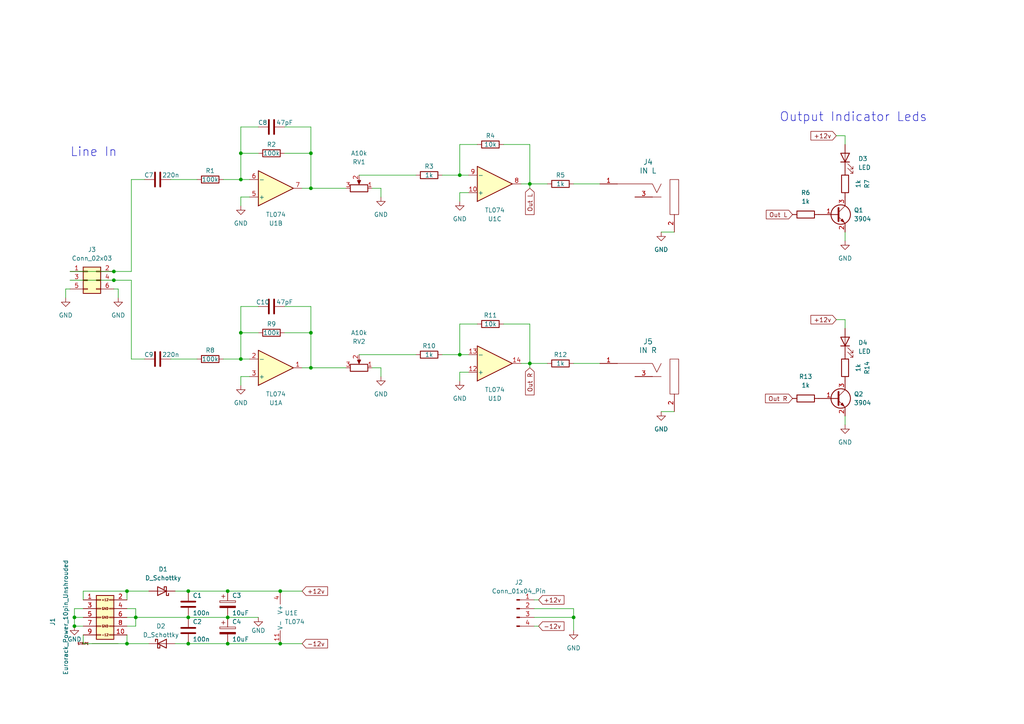
<source format=kicad_sch>
(kicad_sch (version 20230121) (generator eeschema)
  (paper "A4")
  (lib_symbols
    (symbol "Amplifier_Operational:TL074" (pin_names (offset 0.127))
      (property "Reference" "U" (at 0 5.08 0))
      (property "Value" "TL074" (at 0 -5.08 0))
      (symbol "TL074_1_1"
        (polyline (pts (xy -5.08 5.08) (xy 5.08 0) (xy -5.08 -5.08) (xy -5.08 5.08)) (stroke (width 0.254)) (fill (type background)))
        (pin output line (at 7.62 0 180) (length 2.54) (name "~") (number "1"))
        (pin input line (at -7.62 -2.54 0) (length 2.54) (name "-") (number "2"))
        (pin input line (at -7.62 2.54 0) (length 2.54) (name "+") (number "3"))
      )
      (symbol "TL074_2_1"
        (polyline (pts (xy -5.08 5.08) (xy 5.08 0) (xy -5.08 -5.08) (xy -5.08 5.08)) (stroke (width 0.254)) (fill (type background)))
        (pin input line (at -7.62 2.54 0) (length 2.54) (name "+") (number "5"))
        (pin input line (at -7.62 -2.54 0) (length 2.54) (name "-") (number "6"))
        (pin output line (at 7.62 0 180) (length 2.54) (name "~") (number "7"))
      )
      (symbol "TL074_3_1"
        (polyline (pts (xy -5.08 5.08) (xy 5.08 0) (xy -5.08 -5.08) (xy -5.08 5.08)) (stroke (width 0.254)) (fill (type background)))
        (pin input line (at -7.62 2.54 0) (length 2.54) (name "+") (number "10"))
        (pin output line (at 7.62 0 180) (length 2.54) (name "~") (number "8"))
        (pin input line (at -7.62 -2.54 0) (length 2.54) (name "-") (number "9"))
      )
      (symbol "TL074_4_1"
        (polyline (pts (xy -5.08 5.08) (xy 5.08 0) (xy -5.08 -5.08) (xy -5.08 5.08)) (stroke (width 0.254)) (fill (type background)))
        (pin input line (at -7.62 2.54 0) (length 2.54) (name "+") (number "12"))
        (pin input line (at -7.62 -2.54 0) (length 2.54) (name "-") (number "13"))
        (pin output line (at 7.62 0 180) (length 2.54) (name "~") (number "14"))
      )
      (symbol "TL074_5_1"
        (pin power_in line (at -2.54 -7.62 90) (length 3.81) (name "V-") (number "11"))
        (pin power_in line (at -2.54 7.62 270) (length 3.81) (name "V+") (number "4"))
      )
    )
    (symbol "Connector:Conn_01x04_Pin" (pin_names (offset 1.016) hide)
      (property "Reference" "J" (at 0 5.08 0))
      (property "Value" "Conn_01x04_Pin" (at 0 -7.62 0))
      (symbol "Conn_01x04_Pin_1_1"
        (polyline (pts (xy 1.27 -5.08) (xy 0.8636 -5.08)) (stroke (width 0.1524)))
        (polyline (pts (xy 1.27 -2.54) (xy 0.8636 -2.54)) (stroke (width 0.1524)))
        (polyline (pts (xy 1.27 0) (xy 0.8636 0)) (stroke (width 0.1524)))
        (polyline (pts (xy 1.27 2.54) (xy 0.8636 2.54)) (stroke (width 0.1524)))
        (rectangle (start 0.8636 -4.953) (end 0 -5.207) (stroke (width 0.1524)) (fill (type outline)))
        (rectangle (start 0.8636 -2.413) (end 0 -2.667) (stroke (width 0.1524)) (fill (type outline)))
        (rectangle (start 0.8636 0.127) (end 0 -0.127) (stroke (width 0.1524)) (fill (type outline)))
        (rectangle (start 0.8636 2.667) (end 0 2.413) (stroke (width 0.1524)) (fill (type outline)))
        (pin passive line (at 5.08 2.54 180) (length 3.81) (name "Pin_1") (number "1"))
        (pin passive line (at 5.08 0 180) (length 3.81) (name "Pin_2") (number "2"))
        (pin passive line (at 5.08 -2.54 180) (length 3.81) (name "Pin_3") (number "3"))
        (pin passive line (at 5.08 -5.08 180) (length 3.81) (name "Pin_4") (number "4"))
      )
    )
    (symbol "Device:C" (pin_numbers hide) (pin_names (offset 0.254))
      (property "Reference" "C" (at 0.635 2.54 0))
      (property "Value" "C" (at 0.635 -2.54 0))
      (symbol "C_0_1"
        (polyline (pts (xy -2.032 -0.762) (xy 2.032 -0.762)) (stroke (width 0.508)))
        (polyline (pts (xy -2.032 0.762) (xy 2.032 0.762)) (stroke (width 0.508)))
      )
      (symbol "C_1_1"
        (pin passive line (at 0 3.81 270) (length 2.794) (name "~") (number "1"))
        (pin passive line (at 0 -3.81 90) (length 2.794) (name "~") (number "2"))
      )
    )
    (symbol "Device:C_Polarized" (pin_numbers hide) (pin_names (offset 0.254))
      (property "Reference" "C" (at 0.635 2.54 0))
      (property "Value" "C_Polarized" (at 0.635 -2.54 0))
      (symbol "C_Polarized_0_1"
        (rectangle (start -2.286 0.508) (end 2.286 1.016))
        (polyline (pts (xy -1.778 2.286) (xy -0.762 2.286)))
        (polyline (pts (xy -1.27 2.794) (xy -1.27 1.778)))
        (rectangle (start 2.286 -0.508) (end -2.286 -1.016) (fill (type outline)))
      )
      (symbol "C_Polarized_1_1"
        (pin passive line (at 0 3.81 270) (length 2.794) (name "~") (number "1"))
        (pin passive line (at 0 -3.81 90) (length 2.794) (name "~") (number "2"))
      )
    )
    (symbol "Device:D_Schottky" (pin_numbers hide) (pin_names (offset 1.016) hide)
      (property "Reference" "D" (at 0 2.54 0))
      (property "Value" "D_Schottky" (at 0 -2.54 0))
      (symbol "D_Schottky_0_1"
        (polyline (pts (xy 1.27 0) (xy -1.27 0)))
        (polyline (pts (xy 1.27 1.27) (xy 1.27 -1.27) (xy -1.27 0) (xy 1.27 1.27)) (stroke (width 0.254)))
        (polyline (pts (xy -1.905 0.635) (xy -1.905 1.27) (xy -1.27 1.27) (xy -1.27 -1.27) (xy -0.635 -1.27) (xy -0.635 -0.635)) (stroke (width 0.254)))
      )
      (symbol "D_Schottky_1_1"
        (pin passive line (at -3.81 0 0) (length 2.54) (name "K") (number "1"))
        (pin passive line (at 3.81 0 180) (length 2.54) (name "A") (number "2"))
      )
    )
    (symbol "Device:LED" (pin_numbers hide) (pin_names (offset 1.016) hide)
      (property "Reference" "D" (at 0 2.54 0))
      (property "Value" "LED" (at 0 -2.54 0))
      (symbol "LED_0_1"
        (polyline (pts (xy -1.27 -1.27) (xy -1.27 1.27)) (stroke (width 0.254)))
        (polyline (pts (xy -1.27 0) (xy 1.27 0)))
        (polyline (pts (xy 1.27 -1.27) (xy 1.27 1.27) (xy -1.27 0) (xy 1.27 -1.27)) (stroke (width 0.254)))
        (polyline (pts (xy -3.048 -0.762) (xy -4.572 -2.286) (xy -3.81 -2.286) (xy -4.572 -2.286) (xy -4.572 -1.524)))
        (polyline (pts (xy -1.778 -0.762) (xy -3.302 -2.286) (xy -2.54 -2.286) (xy -3.302 -2.286) (xy -3.302 -1.524)))
      )
      (symbol "LED_1_1"
        (pin passive line (at -3.81 0 0) (length 2.54) (name "K") (number "1"))
        (pin passive line (at 3.81 0 180) (length 2.54) (name "A") (number "2"))
      )
    )
    (symbol "Device:R" (pin_numbers hide) (pin_names (offset 0))
      (property "Reference" "R" (at 2.032 0 90))
      (property "Value" "R" (at 0 0 90))
      (symbol "R_0_1"
        (rectangle (start -1.016 -2.54) (end 1.016 2.54) (stroke (width 0.254)))
      )
      (symbol "R_1_1"
        (pin passive line (at 0 3.81 270) (length 1.27) (name "~") (number "1"))
        (pin passive line (at 0 -3.81 90) (length 1.27) (name "~") (number "2"))
      )
    )
    (symbol "Device:R_Potentiometer" (pin_names (offset 1.016) hide)
      (property "Reference" "RV" (at -4.445 0 90))
      (property "Value" "R_Potentiometer" (at -2.54 0 90))
      (symbol "R_Potentiometer_0_1"
        (polyline (pts (xy 2.54 0) (xy 1.524 0)))
        (polyline (pts (xy 1.143 0) (xy 2.286 0.508) (xy 2.286 -0.508) (xy 1.143 0)) (fill (type outline)))
        (rectangle (start 1.016 2.54) (end -1.016 -2.54) (stroke (width 0.254)))
      )
      (symbol "R_Potentiometer_1_1"
        (pin passive line (at 0 3.81 270) (length 1.27) (name "1") (number "1"))
        (pin passive line (at 3.81 0 180) (length 1.27) (name "2") (number "2"))
        (pin passive line (at 0 -3.81 90) (length 1.27) (name "3") (number "3"))
      )
    )
    (symbol "PCM_4ms_Connector:Conn_02x03" (pin_names (offset 0.0254) hide)
      (property "Reference" "J" (at 0 5.08 0))
      (property "Value" "Conn_02x03" (at 0 7.62 0))
      (symbol "Conn_02x03_0_1"
        (rectangle (start -2.54 -2.413) (end -1.27 -2.667) (stroke (width 0.1524)))
        (rectangle (start -2.54 0.127) (end -1.27 -0.127) (stroke (width 0.1524)))
        (rectangle (start -2.54 2.667) (end -1.27 2.413) (stroke (width 0.1524)))
        (rectangle (start -2.54 3.81) (end 2.54 -3.81) (stroke (width 0.254)) (fill (type background)))
        (rectangle (start 1.27 -2.413) (end 2.54 -2.667) (stroke (width 0.1524)))
        (rectangle (start 1.27 0.127) (end 2.54 -0.127) (stroke (width 0.1524)))
        (rectangle (start 1.27 2.667) (end 2.54 2.413) (stroke (width 0.1524)))
      )
      (symbol "Conn_02x03_1_1"
        (pin passive line (at -6.35 2.54 0) (length 3.81) (name "+12V") (number "1"))
        (pin passive line (at 6.35 2.54 180) (length 3.81) (name "+12V") (number "2"))
        (pin passive line (at -6.35 0 0) (length 3.81) (name "GND") (number "3"))
        (pin passive line (at 6.35 0 180) (length 3.81) (name "GND") (number "4"))
        (pin passive line (at -6.35 -2.54 0) (length 3.81) (name "GND") (number "5"))
        (pin passive line (at 6.35 -2.54 180) (length 3.81) (name "GND") (number "6"))
      )
    )
    (symbol "PCM_4ms_Connector:Eurorack_Power_10pin_Unshrouded" (pin_names (offset 0.0254) hide)
      (property "Reference" "J" (at 0 3.81 0))
      (property "Value" "Eurorack_Power_10pin_Unshrouded" (at 0 6.35 0))
      (symbol "Eurorack_Power_10pin_Unshrouded_0_0"
        (text "+12" (at 0 1.27 0) (effects (font (size 0.635 0.635))))
        (text "-12" (at 0 -8.89 0) (effects (font (size 0.635 0.635))))
        (text "GND" (at 0 -6.35 0) (effects (font (size 0.635 0.635))))
        (text "GND" (at 0 -3.81 0) (effects (font (size 0.635 0.635))))
        (text "GND" (at 0 -1.27 0) (effects (font (size 0.635 0.635))))
        (text "STRIPE" (at -6.35 -11.43 0) (effects (font (size 0.635 0.635))))
      )
      (symbol "Eurorack_Power_10pin_Unshrouded_0_1"
        (rectangle (start -2.54 -10.16) (end 2.54 2.54) (stroke (width 0.254)) (fill (type background)))
        (rectangle (start -2.54 -8.763) (end -1.27 -9.017))
        (rectangle (start -2.54 -6.223) (end -1.27 -6.477))
        (rectangle (start -2.54 -3.683) (end -1.27 -3.937))
        (rectangle (start -2.54 -1.143) (end -1.27 -1.397))
        (rectangle (start -2.54 1.397) (end -1.27 1.143))
        (polyline (pts (xy -3.81 -11.43) (xy 3.81 -11.43) (xy 1.27 -11.43)))
        (rectangle (start 1.27 -8.763) (end 2.54 -9.017))
        (rectangle (start 1.27 -6.223) (end 2.54 -6.477))
        (rectangle (start 1.27 -3.683) (end 2.54 -3.937))
        (rectangle (start 1.27 -1.143) (end 2.54 -1.397))
        (rectangle (start 1.27 1.397) (end 2.54 1.143))
      )
      (symbol "Eurorack_Power_10pin_Unshrouded_1_1"
        (pin passive line (at -6.35 1.27 0) (length 3.81) (name "+12V") (number "1"))
        (pin passive line (at 6.35 -8.89 180) (length 3.81) (name "-12V") (number "10"))
        (pin passive line (at 6.35 1.27 180) (length 3.81) (name "+12V") (number "2"))
        (pin passive line (at -6.35 -1.27 0) (length 3.81) (name "GND") (number "3"))
        (pin passive line (at 6.35 -1.27 180) (length 3.81) (name "GND") (number "4"))
        (pin passive line (at -6.35 -3.81 0) (length 3.81) (name "GND") (number "5"))
        (pin passive line (at 6.35 -3.81 180) (length 3.81) (name "GND") (number "6"))
        (pin passive line (at -6.35 -6.35 0) (length 3.81) (name "GND") (number "7"))
        (pin passive line (at 6.35 -6.35 180) (length 3.81) (name "GND") (number "8"))
        (pin passive line (at -6.35 -8.89 0) (length 3.81) (name "-12V") (number "9"))
      )
    )
    (symbol "PCM_4ms_Jack:3.5mm_Mono_Switched" (pin_names (offset 0) hide)
      (property "Reference" "J" (at -6.35 -7.62 0))
      (property "Value" "3.5mm_Mono_Switched" (at 6.35 6.604 0))
      (symbol "3.5mm_Mono_Switched_0_0"
        (rectangle (start -6.35 5.08) (end -3.81 -5.08))
        (polyline (pts (xy -1.27 0) (xy 1.27 0)))
        (polyline (pts (xy -1.27 3.81) (xy 0 1.27) (xy 1.27 3.81) (xy 11.43 3.81)))
      )
      (symbol "3.5mm_Mono_Switched_1_1"
        (pin passive line (at 16.51 3.81 180) (length 5.08) (name "SIG") (number "1"))
        (pin passive line (at -5.08 -10.16 90) (length 5.08) (name "SHEILD") (number "2"))
        (pin passive line (at 6.35 0 180) (length 5.08) (name "SW") (number "3"))
      )
    )
    (symbol "PCM_4ms_Power-symbol:GND" (power) (pin_names (offset 0))
      (property "Value" "GND" (at 0 -3.81 0))
      (symbol "GND_0_1"
        (polyline (pts (xy 0 0) (xy 0 -1.27) (xy 1.27 -1.27) (xy 0 -2.54) (xy -1.27 -1.27) (xy 0 -1.27)))
      )
      (symbol "GND_1_1"
        (pin power_in line (at 0 0 270) (length 0) hide (name "GND") (number "1"))
      )
    )
    (symbol "Transistor_BJT:MMBT3904" (pin_names (offset 0) hide)
      (property "Reference" "Q" (at 5.08 1.905 0))
      (property "Value" "MMBT3904" (at 5.08 0 0))
      (symbol "MMBT3904_0_1"
        (polyline (pts (xy 0.635 0.635) (xy 2.54 2.54)))
        (polyline (pts (xy 0.635 -0.635) (xy 2.54 -2.54) (xy 2.54 -2.54)))
        (polyline (pts (xy 0.635 1.905) (xy 0.635 -1.905) (xy 0.635 -1.905)) (stroke (width 0.508)))
        (polyline (pts (xy 1.27 -1.778) (xy 1.778 -1.27) (xy 2.286 -2.286) (xy 1.27 -1.778) (xy 1.27 -1.778)) (fill (type outline)))
        (circle (center 1.27 0) (radius 2.8194) (stroke (width 0.254)))
      )
      (symbol "MMBT3904_1_1"
        (pin input line (at -5.08 0 0) (length 5.715) (name "B") (number "1"))
        (pin passive line (at 2.54 -5.08 90) (length 2.54) (name "E") (number "2"))
        (pin passive line (at 2.54 5.08 270) (length 2.54) (name "C") (number "3"))
      )
    )
  )
  (junction (at 54.61 171.45))
  (junction (at 69.85 104.14))
  (junction (at 90.17 44.45))
  (junction (at 66.04 171.45))
  (junction (at 90.17 106.68))
  (junction (at 166.37 179.07))
  (junction (at 81.28 171.45))
  (junction (at 21.59 181.61))
  (junction (at 90.17 96.52))
  (junction (at 90.17 54.61))
  (junction (at 66.04 179.07))
  (junction (at 54.61 179.07))
  (junction (at 69.85 96.52))
  (junction (at 33.02 78.74))
  (junction (at 133.35 50.8))
  (junction (at 153.67 53.34))
  (junction (at 36.83 186.69))
  (junction (at 39.37 179.07))
  (junction (at 36.83 171.45))
  (junction (at 133.35 102.87))
  (junction (at 69.85 52.07))
  (junction (at 54.61 186.69))
  (junction (at 81.28 186.69))
  (junction (at 33.02 81.28))
  (junction (at 69.85 44.45))
  (junction (at 66.04 186.69))
  (junction (at 153.67 105.41))
  (junction (at 21.59 179.07))
  (wire (pts (xy 154.94 179.07) (xy 166.37 179.07)))
  (wire (pts (xy 38.1 104.14) (xy 41.91 104.14)))
  (wire (pts (xy 138.43 41.91) (xy 133.35 41.91)))
  (wire (pts (xy 245.11 92.71) (xy 245.11 95.25)))
  (wire (pts (xy 36.83 186.69) (xy 43.18 186.69)))
  (wire (pts (xy 38.1 81.28) (xy 38.1 104.14)))
  (wire (pts (xy 39.37 179.07) (xy 54.61 179.07)))
  (wire (pts (xy 82.55 88.9) (xy 90.17 88.9)))
  (wire (pts (xy 24.13 186.69) (xy 24.13 184.15)))
  (wire (pts (xy 90.17 106.68) (xy 100.33 106.68)))
  (wire (pts (xy 146.05 41.91) (xy 153.67 41.91)))
  (wire (pts (xy 20.32 81.28) (xy 33.02 81.28)))
  (wire (pts (xy 39.37 181.61) (xy 39.37 179.07)))
  (wire (pts (xy 107.95 106.68) (xy 110.49 106.68)))
  (wire (pts (xy 19.05 83.82) (xy 20.32 83.82)))
  (wire (pts (xy 66.04 186.69) (xy 81.28 186.69)))
  (wire (pts (xy 151.13 53.34) (xy 153.67 53.34)))
  (wire (pts (xy 69.85 44.45) (xy 74.93 44.45)))
  (wire (pts (xy 135.89 55.88) (xy 133.35 55.88)))
  (wire (pts (xy 90.17 106.68) (xy 87.63 106.68)))
  (wire (pts (xy 39.37 179.07) (xy 39.37 176.53)))
  (wire (pts (xy 74.93 36.83) (xy 69.85 36.83)))
  (wire (pts (xy 82.55 44.45) (xy 90.17 44.45)))
  (wire (pts (xy 21.59 179.07) (xy 21.59 181.61)))
  (wire (pts (xy 24.13 173.99) (xy 24.13 171.45)))
  (wire (pts (xy 166.37 105.41) (xy 173.99 105.41)))
  (wire (pts (xy 54.61 186.69) (xy 66.04 186.69)))
  (wire (pts (xy 135.89 107.95) (xy 133.35 107.95)))
  (wire (pts (xy 69.85 88.9) (xy 69.85 96.52)))
  (wire (pts (xy 133.35 55.88) (xy 133.35 58.42)))
  (wire (pts (xy 49.53 104.14) (xy 57.15 104.14)))
  (wire (pts (xy 72.39 109.22) (xy 69.85 109.22)))
  (wire (pts (xy 133.35 102.87) (xy 135.89 102.87)))
  (wire (pts (xy 242.57 39.37) (xy 245.11 39.37)))
  (wire (pts (xy 154.94 173.99) (xy 156.21 173.99)))
  (wire (pts (xy 104.14 50.8) (xy 120.65 50.8)))
  (wire (pts (xy 39.37 176.53) (xy 36.83 176.53)))
  (wire (pts (xy 36.83 184.15) (xy 36.83 186.69)))
  (wire (pts (xy 245.11 120.65) (xy 245.11 123.19)))
  (wire (pts (xy 153.67 105.41) (xy 158.75 105.41)))
  (wire (pts (xy 153.67 53.34) (xy 158.75 53.34)))
  (wire (pts (xy 54.61 186.69) (xy 54.61 185.42)))
  (wire (pts (xy 153.67 41.91) (xy 153.67 53.34)))
  (wire (pts (xy 90.17 44.45) (xy 90.17 54.61)))
  (wire (pts (xy 90.17 36.83) (xy 90.17 44.45)))
  (wire (pts (xy 154.94 176.53) (xy 166.37 176.53)))
  (wire (pts (xy 166.37 182.88) (xy 166.37 179.07)))
  (wire (pts (xy 195.58 119.38) (xy 191.77 119.38)))
  (wire (pts (xy 54.61 179.07) (xy 66.04 179.07)))
  (wire (pts (xy 133.35 107.95) (xy 133.35 110.49)))
  (wire (pts (xy 110.49 54.61) (xy 110.49 57.15)))
  (wire (pts (xy 133.35 50.8) (xy 135.89 50.8)))
  (wire (pts (xy 21.59 179.07) (xy 24.13 179.07)))
  (wire (pts (xy 19.05 86.36) (xy 19.05 83.82)))
  (wire (pts (xy 24.13 176.53) (xy 21.59 176.53)))
  (wire (pts (xy 153.67 93.98) (xy 153.67 105.41)))
  (wire (pts (xy 153.67 105.41) (xy 153.67 106.68)))
  (wire (pts (xy 20.32 78.74) (xy 33.02 78.74)))
  (wire (pts (xy 36.83 171.45) (xy 36.83 173.99)))
  (wire (pts (xy 133.35 41.91) (xy 133.35 50.8)))
  (wire (pts (xy 81.28 171.45) (xy 87.63 171.45)))
  (wire (pts (xy 36.83 179.07) (xy 39.37 179.07)))
  (wire (pts (xy 69.85 96.52) (xy 69.85 104.14)))
  (wire (pts (xy 146.05 93.98) (xy 153.67 93.98)))
  (wire (pts (xy 21.59 176.53) (xy 21.59 179.07)))
  (wire (pts (xy 69.85 104.14) (xy 72.39 104.14)))
  (wire (pts (xy 245.11 67.31) (xy 245.11 69.85)))
  (wire (pts (xy 24.13 171.45) (xy 36.83 171.45)))
  (wire (pts (xy 81.28 186.69) (xy 87.63 186.69)))
  (wire (pts (xy 242.57 92.71) (xy 245.11 92.71)))
  (wire (pts (xy 38.1 78.74) (xy 33.02 78.74)))
  (wire (pts (xy 166.37 53.34) (xy 173.99 53.34)))
  (wire (pts (xy 33.02 83.82) (xy 34.29 83.82)))
  (wire (pts (xy 69.85 36.83) (xy 69.85 44.45)))
  (wire (pts (xy 66.04 171.45) (xy 81.28 171.45)))
  (wire (pts (xy 69.85 52.07) (xy 72.39 52.07)))
  (wire (pts (xy 138.43 93.98) (xy 133.35 93.98)))
  (wire (pts (xy 66.04 179.07) (xy 74.93 179.07)))
  (wire (pts (xy 82.55 36.83) (xy 90.17 36.83)))
  (wire (pts (xy 50.8 171.45) (xy 54.61 171.45)))
  (wire (pts (xy 38.1 52.07) (xy 41.91 52.07)))
  (wire (pts (xy 245.11 39.37) (xy 245.11 41.91)))
  (wire (pts (xy 50.8 186.69) (xy 54.61 186.69)))
  (wire (pts (xy 110.49 106.68) (xy 110.49 109.22)))
  (wire (pts (xy 90.17 54.61) (xy 87.63 54.61)))
  (wire (pts (xy 153.67 53.34) (xy 153.67 54.61)))
  (wire (pts (xy 49.53 52.07) (xy 57.15 52.07)))
  (wire (pts (xy 38.1 52.07) (xy 38.1 78.74)))
  (wire (pts (xy 64.77 104.14) (xy 69.85 104.14)))
  (wire (pts (xy 107.95 54.61) (xy 110.49 54.61)))
  (wire (pts (xy 69.85 109.22) (xy 69.85 111.76)))
  (wire (pts (xy 36.83 186.69) (xy 24.13 186.69)))
  (wire (pts (xy 128.27 50.8) (xy 133.35 50.8)))
  (wire (pts (xy 90.17 54.61) (xy 100.33 54.61)))
  (wire (pts (xy 151.13 105.41) (xy 153.67 105.41)))
  (wire (pts (xy 133.35 93.98) (xy 133.35 102.87)))
  (wire (pts (xy 166.37 176.53) (xy 166.37 179.07)))
  (wire (pts (xy 74.93 88.9) (xy 69.85 88.9)))
  (wire (pts (xy 54.61 171.45) (xy 66.04 171.45)))
  (wire (pts (xy 82.55 96.52) (xy 90.17 96.52)))
  (wire (pts (xy 36.83 171.45) (xy 43.18 171.45)))
  (wire (pts (xy 69.85 57.15) (xy 69.85 59.69)))
  (wire (pts (xy 69.85 96.52) (xy 74.93 96.52)))
  (wire (pts (xy 72.39 57.15) (xy 69.85 57.15)))
  (wire (pts (xy 64.77 52.07) (xy 69.85 52.07)))
  (wire (pts (xy 128.27 102.87) (xy 133.35 102.87)))
  (wire (pts (xy 154.94 181.61) (xy 156.21 181.61)))
  (wire (pts (xy 90.17 96.52) (xy 90.17 106.68)))
  (wire (pts (xy 21.59 181.61) (xy 24.13 181.61)))
  (wire (pts (xy 34.29 83.82) (xy 34.29 86.36)))
  (wire (pts (xy 69.85 44.45) (xy 69.85 52.07)))
  (wire (pts (xy 36.83 181.61) (xy 39.37 181.61)))
  (wire (pts (xy 38.1 81.28) (xy 33.02 81.28)))
  (wire (pts (xy 104.14 102.87) (xy 120.65 102.87)))
  (wire (pts (xy 90.17 88.9) (xy 90.17 96.52)))
  (wire (pts (xy 195.58 67.31) (xy 191.77 67.31)))
  (text "Output Indicator Leds" (at 226.06 35.56 0) (effects (font (size 2.6 2.6)) (justify left bottom)))
  (text "Line In" (at 20.32 45.72 0) (effects (font (size 2.6 2.6)) (justify left bottom)))
  (global_label "+12v" (shape input) (at 242.57 39.37 180) (property "Intersheetrefs" "${INTERSHEET_REFS}" (effects hide)))
  (global_label "Out L" (shape input) (at 153.67 54.61 270) (property "Intersheetrefs" "${INTERSHEET_REFS}" (effects hide)))
  (global_label "+12v" (shape input) (at 156.21 173.99 0) (property "Intersheetrefs" "${INTERSHEET_REFS}" (effects hide)))
  (global_label "Out L" (shape input) (at 229.87 62.23 180) (property "Intersheetrefs" "${INTERSHEET_REFS}" (effects hide)))
  (global_label "Out R" (shape input) (at 229.87 115.57 180) (property "Intersheetrefs" "${INTERSHEET_REFS}" (effects hide)))
  (global_label "-12v" (shape input) (at 156.21 181.61 0) (property "Intersheetrefs" "${INTERSHEET_REFS}" (effects hide)))
  (global_label "+12v" (shape input) (at 87.63 171.45 0) (property "Intersheetrefs" "${INTERSHEET_REFS}" (effects hide)))
  (global_label "-12v" (shape input) (at 87.63 186.69 0) (property "Intersheetrefs" "${INTERSHEET_REFS}" (effects hide)))
  (global_label "+12v" (shape input) (at 242.57 92.71 180) (property "Intersheetrefs" "${INTERSHEET_REFS}" (effects hide)))
  (global_label "Out R" (shape input) (at 153.67 106.68 270) (property "Intersheetrefs" "${INTERSHEET_REFS}" (effects hide)))
  (symbol (lib_id "Amplifier_Operational:TL074") (at 83.82 179.07 0) (unit 5)
    (property "Reference" "U1" (at 82.55 177.8 0) (effects (justify left)))
    (property "Value" "TL074" (at 82.55 180.34 0) (effects (justify left)))
    (property "Footprint" "Package_SO:SOIC-14_3.9x8.7mm_P1.27mm" (effects hide))
    (property "Datasheet" "http://www.ti.com/lit/ds/symlink/tl071.pdf" (effects hide))
  )
  (symbol (lib_id "PCM_4ms_Power-symbol:GND") (at 166.37 182.88 0) (unit 1)
    (property "Reference" "#PWR03" (effects hide))
    (property "Value" "GND" (at 166.37 187.96 0))
  )
  (symbol (lib_id "PCM_4ms_Power-symbol:GND") (at 19.05 86.36 0) (unit 1)
    (property "Reference" "#PWR04" (effects hide))
    (property "Value" "GND" (at 19.05 91.44 0))
  )
  (symbol (lib_id "Device:R") (at 60.96 52.07 90) (unit 1)
    (property "Reference" "R1" (at 60.96 49.53 90))
    (property "Value" "100k" (at 60.96 52.07 90))
    (property "Footprint" "Resistor_SMD:R_1206_3216Metric_Pad1.30x1.75mm_HandSolder" (effects hide))
  )
  (symbol (lib_id "Device:C") (at 54.61 182.88 180) (unit 1)
    (property "Reference" "C2" (at 55.88 180.34 0) (effects (justify right)))
    (property "Value" "100n" (at 55.88 185.42 0) (effects (justify right)))
    (property "Footprint" "Capacitor_SMD:C_1206_3216Metric_Pad1.33x1.80mm_HandSolder" (effects hide))
  )
  (symbol (lib_id "PCM_4ms_Power-symbol:GND") (at 191.77 67.31 0) (unit 1)
    (property "Reference" "#PWR09" (effects hide))
    (property "Value" "GND" (at 191.77 72.39 0))
  )
  (symbol (lib_id "PCM_4ms_Power-symbol:GND") (at 245.11 69.85 0) (unit 1)
    (property "Reference" "#PWR010" (effects hide))
    (property "Value" "GND" (at 245.11 74.93 0))
  )
  (symbol (lib_id "Device:C") (at 45.72 52.07 90) (unit 1)
    (property "Reference" "C7" (at 43.18 50.8 90))
    (property "Value" "220n" (at 49.53 50.8 90))
    (property "Footprint" "Capacitor_SMD:C_1206_3216Metric_Pad1.33x1.80mm_HandSolder" (effects hide))
  )
  (symbol (lib_id "Device:D_Schottky") (at 46.99 186.69 0) (unit 1)
    (property "Reference" "D2" (at 46.6725 181.61 0))
    (property "Value" "D_Schottky" (at 46.6725 184.15 0))
    (property "Footprint" "Diode_SMD:D_SOD-323_HandSoldering" (effects hide))
  )
  (symbol (lib_id "Amplifier_Operational:TL074") (at 80.01 106.68 0) (mirror x) (unit 1)
    (property "Reference" "U1" (at 80.01 116.84 0))
    (property "Value" "TL074" (at 80.01 114.3 0))
    (property "Footprint" "Package_SO:SOIC-14_3.9x8.7mm_P1.27mm" (effects hide))
    (property "Datasheet" "http://www.ti.com/lit/ds/symlink/tl071.pdf" (effects hide))
  )
  (symbol (lib_id "Device:R") (at 162.56 105.41 90) (unit 1)
    (property "Reference" "R12" (at 162.56 102.87 90))
    (property "Value" "1k" (at 162.56 105.41 90))
    (property "Footprint" "Resistor_SMD:R_1206_3216Metric_Pad1.30x1.75mm_HandSolder" (effects hide))
  )
  (symbol (lib_id "Device:R") (at 142.24 93.98 90) (unit 1)
    (property "Reference" "R11" (at 142.24 91.44 90))
    (property "Value" "10k" (at 142.24 93.98 90))
    (property "Footprint" "Resistor_SMD:R_1206_3216Metric_Pad1.30x1.75mm_HandSolder" (effects hide))
  )
  (symbol (lib_id "PCM_4ms_Connector:Eurorack_Power_10pin_Unshrouded") (at 30.48 175.26 0) (unit 1)
    (property "Reference" "J1" (at 15.24 180.34 90))
    (property "Value" "Eurorack_Power_10pin_Unshrouded" (at 19.05 179.07 90))
    (property "Footprint" "Connector_IDC:IDC-Header_2x05_P2.54mm_Vertical" (effects hide))
    (property "Specifications" "HEADER 2x5 MALE PINS 0.100” 180deg" (effects hide))
    (property "Manufacturer" "TAD" (effects hide))
    (property "Part Number" "1-1002FBV0T" (effects hide))
  )
  (symbol (lib_id "Device:C_Polarized") (at 66.04 175.26 0) (unit 1)
    (property "Reference" "C3" (at 67.31 172.72 0) (effects (justify left)))
    (property "Value" "10uF" (at 67.31 177.8 0) (effects (justify left)))
    (property "Footprint" "Capacitor_THT:CP_Radial_D5.0mm_P2.00mm" (effects hide))
  )
  (symbol (lib_id "Device:R") (at 60.96 104.14 90) (unit 1)
    (property "Reference" "R8" (at 60.96 101.6 90))
    (property "Value" "100k" (at 60.96 104.14 90))
    (property "Footprint" "Resistor_SMD:R_1206_3216Metric_Pad1.30x1.75mm_HandSolder" (effects hide))
  )
  (symbol (lib_id "PCM_4ms_Power-symbol:GND") (at 34.29 86.36 0) (unit 1)
    (property "Reference" "#PWR05" (effects hide))
    (property "Value" "GND" (at 34.29 91.44 0))
  )
  (symbol (lib_id "Device:R_Potentiometer") (at 104.14 106.68 270) (mirror x) (unit 1)
    (property "Reference" "RV2" (at 104.14 99.06 90))
    (property "Value" "A10k" (at 104.14 96.52 90))
    (property "Footprint" "Potentiometer_THT:Potentiometer_Alpha_RD901F-40-00D_Single_Vertical" (effects hide))
  )
  (symbol (lib_id "PCM_4ms_Power-symbol:GND") (at 133.35 58.42 0) (unit 1)
    (property "Reference" "#PWR06" (effects hide))
    (property "Value" "GND" (at 133.35 63.5 0))
  )
  (symbol (lib_id "PCM_4ms_Jack:3.5mm_Mono_Switched") (at 190.5 109.22 0) (mirror y) (unit 1)
    (property "Reference" "J5" (at 187.96 99.06 0) (effects (font (size 1.524 1.524))))
    (property "Value" "IN R" (at 187.96 101.6 0) (effects (font (size 1.524 1.524))))
    (property "Footprint" "PCM_4ms_Jack:EighthInch_PJ398SM_with_hole" (effects hide))
    (property "Specifications" "Audio 3.5mm Jack, mono, switched, PC-pin Vertical" (effects hide))
    (property "Manufacturer" "Wenzhou QingPu Electronics Co" (effects hide))
    (property "Part Number" "WQP-WQP518MA" (effects hide))
  )
  (symbol (lib_id "Transistor_BJT:MMBT3904") (at 242.57 62.23 0) (unit 1)
    (property "Reference" "Q1" (at 247.65 60.96 0) (effects (justify left)))
    (property "Value" "3904" (at 247.65 63.5 0) (effects (justify left)))
    (property "Footprint" "Package_TO_SOT_SMD:SOT-23_Handsoldering" (effects hide))
    (property "Datasheet" "https://www.onsemi.com/pdf/datasheet/pzt3904-d.pdf" (effects hide))
  )
  (symbol (lib_id "Device:D_Schottky") (at 46.99 171.45 180) (unit 1)
    (property "Reference" "D1" (at 47.3075 165.1 0))
    (property "Value" "D_Schottky" (at 47.3075 167.64 0))
    (property "Footprint" "Diode_SMD:D_SOD-323_HandSoldering" (effects hide))
  )
  (symbol (lib_id "Device:C") (at 78.74 88.9 90) (unit 1)
    (property "Reference" "C10" (at 76.2 87.63 90))
    (property "Value" "47pF" (at 82.55 87.63 90))
    (property "Footprint" "Capacitor_SMD:C_1206_3216Metric_Pad1.33x1.80mm_HandSolder" (effects hide))
  )
  (symbol (lib_id "Device:R") (at 78.74 44.45 90) (unit 1)
    (property "Reference" "R2" (at 78.74 41.91 90))
    (property "Value" "100k" (at 78.74 44.45 90))
    (property "Footprint" "Resistor_SMD:R_1206_3216Metric_Pad1.30x1.75mm_HandSolder" (effects hide))
  )
  (symbol (lib_id "Device:R") (at 233.68 115.57 90) (unit 1)
    (property "Reference" "R13" (at 233.68 109.22 90))
    (property "Value" "1k" (at 233.68 111.76 90))
    (property "Footprint" "Resistor_SMD:R_1206_3216Metric_Pad1.30x1.75mm_HandSolder" (effects hide))
  )
  (symbol (lib_id "Device:C") (at 45.72 104.14 90) (unit 1)
    (property "Reference" "C9" (at 43.18 102.87 90))
    (property "Value" "220n" (at 49.53 102.87 90))
    (property "Footprint" "Capacitor_SMD:C_1206_3216Metric_Pad1.33x1.80mm_HandSolder" (effects hide))
  )
  (symbol (lib_id "PCM_4ms_Power-symbol:GND") (at 110.49 57.15 0) (mirror y) (unit 1)
    (property "Reference" "#PWR08" (effects hide))
    (property "Value" "GND" (at 110.49 62.23 0))
  )
  (symbol (lib_id "Device:R") (at 124.46 50.8 90) (unit 1)
    (property "Reference" "R3" (at 124.46 48.26 90))
    (property "Value" "1k" (at 124.46 50.8 90))
    (property "Footprint" "Resistor_SMD:R_1206_3216Metric_Pad1.30x1.75mm_HandSolder" (effects hide))
  )
  (symbol (lib_id "Device:C") (at 78.74 36.83 90) (unit 1)
    (property "Reference" "C8" (at 76.2 35.56 90))
    (property "Value" "47pF" (at 82.55 35.56 90))
    (property "Footprint" "Capacitor_SMD:C_1206_3216Metric_Pad1.33x1.80mm_HandSolder" (effects hide))
  )
  (symbol (lib_id "Device:C") (at 54.61 175.26 180) (unit 1)
    (property "Reference" "C1" (at 55.88 172.72 0) (effects (justify right)))
    (property "Value" "100n" (at 55.88 177.8 0) (effects (justify right)))
    (property "Footprint" "Capacitor_SMD:C_1206_3216Metric_Pad1.33x1.80mm_HandSolder" (effects hide))
  )
  (symbol (lib_id "Amplifier_Operational:TL074") (at 143.51 105.41 0) (mirror x) (unit 4)
    (property "Reference" "U1" (at 143.51 115.57 0))
    (property "Value" "TL074" (at 143.51 113.03 0))
    (property "Footprint" "Package_SO:SOIC-14_3.9x8.7mm_P1.27mm" (effects hide))
    (property "Datasheet" "http://www.ti.com/lit/ds/symlink/tl071.pdf" (effects hide))
  )
  (symbol (lib_id "PCM_4ms_Power-symbol:GND") (at 245.11 123.19 0) (unit 1)
    (property "Reference" "#PWR015" (effects hide))
    (property "Value" "GND" (at 245.11 128.27 0))
  )
  (symbol (lib_id "Amplifier_Operational:TL074") (at 80.01 54.61 0) (mirror x) (unit 2)
    (property "Reference" "U1" (at 80.01 64.77 0))
    (property "Value" "TL074" (at 80.01 62.23 0))
    (property "Footprint" "Package_SO:SOIC-14_3.9x8.7mm_P1.27mm" (effects hide))
    (property "Datasheet" "http://www.ti.com/lit/ds/symlink/tl071.pdf" (effects hide))
  )
  (symbol (lib_id "Device:LED") (at 245.11 45.72 90) (unit 1)
    (property "Reference" "D3" (at 248.92 46.0375 90) (effects (justify right)))
    (property "Value" "LED" (at 248.92 48.5775 90) (effects (justify right)))
    (property "Footprint" "LED_THT:LED_D3.0mm_Clear" (effects hide))
  )
  (symbol (lib_id "Device:LED") (at 245.11 99.06 90) (unit 1)
    (property "Reference" "D4" (at 248.92 99.3775 90) (effects (justify right)))
    (property "Value" "LED" (at 248.92 101.9175 90) (effects (justify right)))
    (property "Footprint" "LED_THT:LED_D3.0mm_Clear" (effects hide))
  )
  (symbol (lib_id "PCM_4ms_Power-symbol:GND") (at 191.77 119.38 0) (unit 1)
    (property "Reference" "#PWR014" (effects hide))
    (property "Value" "GND" (at 191.77 124.46 0))
  )
  (symbol (lib_id "Device:R") (at 142.24 41.91 90) (unit 1)
    (property "Reference" "R4" (at 142.24 39.37 90))
    (property "Value" "10k" (at 142.24 41.91 90))
    (property "Footprint" "Resistor_SMD:R_1206_3216Metric_Pad1.30x1.75mm_HandSolder" (effects hide))
  )
  (symbol (lib_id "PCM_4ms_Power-symbol:GND") (at 133.35 110.49 0) (unit 1)
    (property "Reference" "#PWR013" (effects hide))
    (property "Value" "GND" (at 133.35 115.57 0))
  )
  (symbol (lib_id "Amplifier_Operational:TL074") (at 143.51 53.34 0) (mirror x) (unit 3)
    (property "Reference" "U1" (at 143.51 63.5 0))
    (property "Value" "TL074" (at 143.51 60.96 0))
    (property "Footprint" "Package_SO:SOIC-14_3.9x8.7mm_P1.27mm" (effects hide))
    (property "Datasheet" "http://www.ti.com/lit/ds/symlink/tl071.pdf" (effects hide))
  )
  (symbol (lib_id "Device:R") (at 78.74 96.52 90) (unit 1)
    (property "Reference" "R9" (at 78.74 93.98 90))
    (property "Value" "100k" (at 78.74 96.52 90))
    (property "Footprint" "Resistor_SMD:R_1206_3216Metric_Pad1.30x1.75mm_HandSolder" (effects hide))
  )
  (symbol (lib_id "Device:R_Potentiometer") (at 104.14 54.61 270) (mirror x) (unit 1)
    (property "Reference" "RV1" (at 104.14 46.99 90))
    (property "Value" "A10k" (at 104.14 44.45 90))
    (property "Footprint" "Potentiometer_THT:Potentiometer_Alpha_RD901F-40-00D_Single_Vertical" (effects hide))
  )
  (symbol (lib_id "Device:R") (at 162.56 53.34 90) (unit 1)
    (property "Reference" "R5" (at 162.56 50.8 90))
    (property "Value" "1k" (at 162.56 53.34 90))
    (property "Footprint" "Resistor_SMD:R_1206_3216Metric_Pad1.30x1.75mm_HandSolder" (effects hide))
  )
  (symbol (lib_id "Device:C_Polarized") (at 66.04 182.88 0) (unit 1)
    (property "Reference" "C4" (at 67.31 180.34 0) (effects (justify left)))
    (property "Value" "10uF" (at 67.31 185.42 0) (effects (justify left)))
    (property "Footprint" "Capacitor_THT:CP_Radial_D5.0mm_P2.00mm" (effects hide))
  )
  (symbol (lib_id "PCM_4ms_Power-symbol:GND") (at 74.93 179.07 0) (unit 1)
    (property "Reference" "#PWR02" (effects hide))
    (property "Value" "GND" (at 74.93 182.88 0))
  )
  (symbol (lib_id "Device:R") (at 233.68 62.23 90) (unit 1)
    (property "Reference" "R6" (at 233.68 55.88 90))
    (property "Value" "1k" (at 233.68 58.42 90))
    (property "Footprint" "Resistor_SMD:R_1206_3216Metric_Pad1.30x1.75mm_HandSolder" (effects hide))
  )
  (symbol (lib_id "PCM_4ms_Power-symbol:GND") (at 110.49 109.22 0) (mirror y) (unit 1)
    (property "Reference" "#PWR012" (effects hide))
    (property "Value" "GND" (at 110.49 114.3 0))
  )
  (symbol (lib_id "Device:R") (at 245.11 106.68 0) (unit 1)
    (property "Reference" "R14" (at 251.46 106.68 90))
    (property "Value" "1k" (at 248.92 106.68 90))
    (property "Footprint" "Resistor_SMD:R_1206_3216Metric_Pad1.30x1.75mm_HandSolder" (effects hide))
  )
  (symbol (lib_id "PCM_4ms_Power-symbol:GND") (at 21.59 181.61 0) (unit 1)
    (property "Reference" "#PWR01" (effects hide))
    (property "Value" "GND" (at 21.59 185.42 0))
  )
  (symbol (lib_id "PCM_4ms_Jack:3.5mm_Mono_Switched") (at 190.5 57.15 0) (mirror y) (unit 1)
    (property "Reference" "J4" (at 187.96 46.99 0) (effects (font (size 1.524 1.524))))
    (property "Value" "IN L" (at 187.96 49.53 0) (effects (font (size 1.524 1.524))))
    (property "Footprint" "PCM_4ms_Jack:EighthInch_PJ398SM_with_hole" (effects hide))
    (property "Specifications" "Audio 3.5mm Jack, mono, switched, PC-pin Vertical" (effects hide))
    (property "Manufacturer" "Wenzhou QingPu Electronics Co" (effects hide))
    (property "Part Number" "WQP-WQP518MA" (effects hide))
  )
  (symbol (lib_id "Device:R") (at 245.11 53.34 0) (unit 1)
    (property "Reference" "R7" (at 251.46 53.34 90))
    (property "Value" "1k" (at 248.92 53.34 90))
    (property "Footprint" "Resistor_SMD:R_1206_3216Metric_Pad1.30x1.75mm_HandSolder" (effects hide))
  )
  (symbol (lib_id "PCM_4ms_Connector:Conn_02x03") (at 26.67 81.28 0) (unit 1)
    (property "Reference" "J3" (at 26.67 72.39 0))
    (property "Value" "Conn_02x03" (at 26.67 74.93 0))
    (property "Footprint" "Connector_IDC:IDC-Header_2x03_P2.54mm_Vertical" (effects hide))
    (property "Specifications" "HEADER 2x3 MALE PINS 0.100” 180deg" (effects hide))
    (property "Manufacturer" "Cixi Langlin" (effects hide))
    (property "Part Number" "LL1009-2A, 2.54MM 2*3PIN HEADER,LENGTH=20MM" (effects hide))
  )
  (symbol (lib_id "PCM_4ms_Power-symbol:GND") (at 69.85 111.76 0) (unit 1)
    (property "Reference" "#PWR011" (effects hide))
    (property "Value" "GND" (at 69.85 116.84 0))
  )
  (symbol (lib_id "Connector:Conn_01x04_Pin") (at 149.86 176.53 0) (unit 1)
    (property "Reference" "J2" (at 150.495 168.91 0))
    (property "Value" "Conn_01x04_Pin" (at 150.495 171.45 0))
    (property "Footprint" "Connector_PinHeader_2.54mm:PinHeader_1x04_P2.54mm_Vertical_no_silkscreen" (effects hide))
  )
  (symbol (lib_id "Transistor_BJT:MMBT3904") (at 242.57 115.57 0) (unit 1)
    (property "Reference" "Q2" (at 247.65 114.3 0) (effects (justify left)))
    (property "Value" "3904" (at 247.65 116.84 0) (effects (justify left)))
    (property "Footprint" "Package_TO_SOT_SMD:SOT-23_Handsoldering" (effects hide))
    (property "Datasheet" "https://www.onsemi.com/pdf/datasheet/pzt3904-d.pdf" (effects hide))
  )
  (symbol (lib_id "PCM_4ms_Power-symbol:GND") (at 69.85 59.69 0) (unit 1)
    (property "Reference" "#PWR07" (effects hide))
    (property "Value" "GND" (at 69.85 64.77 0))
  )
  (symbol (lib_id "Device:R") (at 124.46 102.87 90) (unit 1)
    (property "Reference" "R10" (at 124.46 100.33 90))
    (property "Value" "1k" (at 124.46 102.87 90))
    (property "Footprint" "Resistor_SMD:R_1206_3216Metric_Pad1.30x1.75mm_HandSolder" (effects hide))
  )
)
</source>
